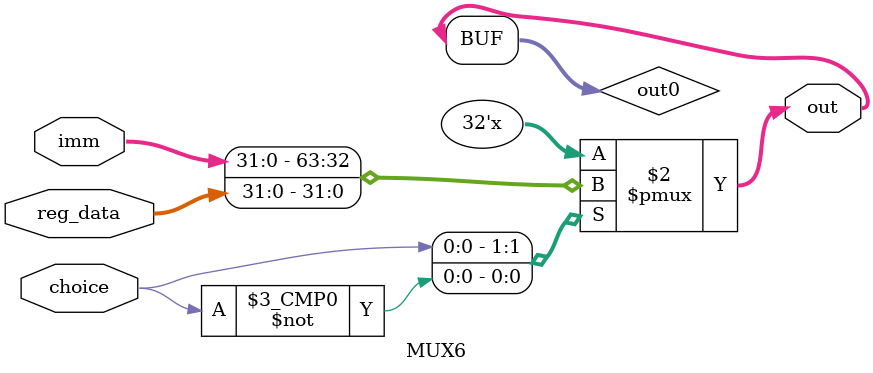
<source format=v>
`timescale 1ns / 1ps


module MUX6(
        input choice,
        input [31:0] imm,
        input [31:0] reg_data,

        output [31:0] out
    );

reg [31:0 ] out0;
assign out = out0;

always @(*)begin
    case(choice)
        1'b1: out0 = imm;
        1'b0: out0 = reg_data;
    endcase
end

endmodule

</source>
